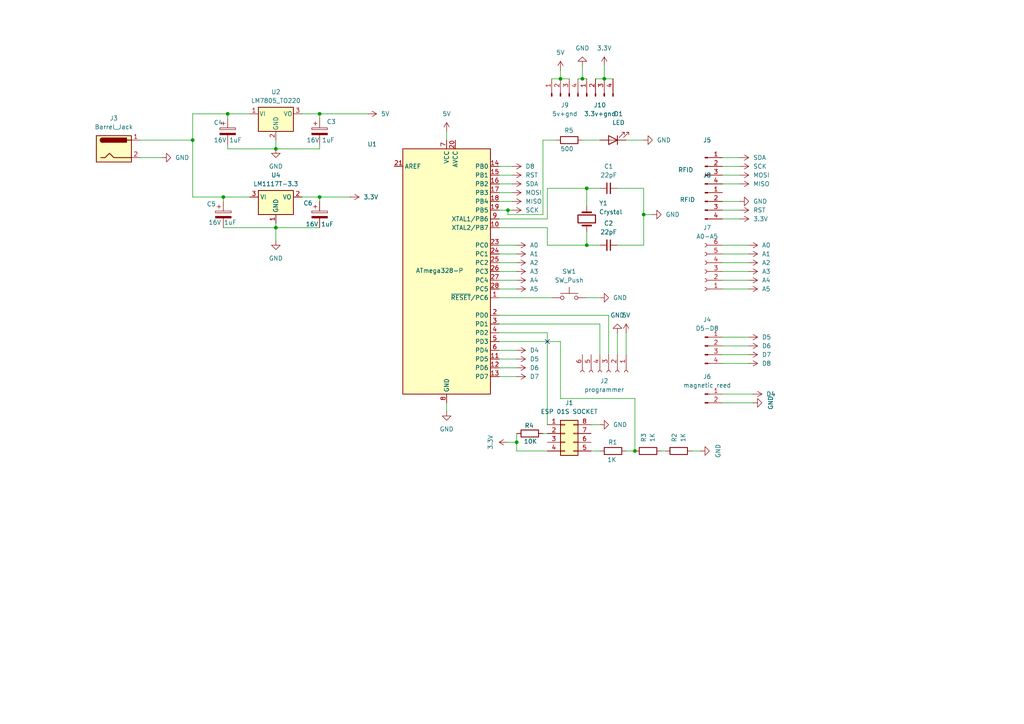
<source format=kicad_sch>
(kicad_sch (version 20250114) (generator "eeschema") (generator_version "9.0")
  (paper "A4")
  (lib_symbols
    (symbol "Connector:Barrel_Jack" (pin_names (offset 1.016))
      (property "Reference" "J" (at 0 5.334 0))
      (property "Value" "Barrel_Jack" (at 0 -5.08 0))
      (symbol "Barrel_Jack_0_1"
        (rectangle (start -5.08 3.81) (end 5.08 -3.81) (stroke (width 0.254)) (fill (type background)))
        (polyline (pts (xy -3.81 -2.54) (xy -2.54 -2.54) (xy -1.27 -1.27) (xy 0 -2.54) (xy 2.54 -2.54) (xy 5.08 -2.54)) (stroke (width 0.254)))
        (arc (start -3.302 1.905) (mid -3.9343 2.54) (end -3.302 3.175) (stroke (width 0.254)))
        (arc (start -3.302 1.905) (mid -3.9343 2.54) (end -3.302 3.175) (stroke (width 0.254)) (fill (type outline)))
        (rectangle (start 3.683 3.175) (end -3.302 1.905) (stroke (width 0.254)) (fill (type outline)))
        (polyline (pts (xy 5.08 2.54) (xy 3.81 2.54)) (stroke (width 0.254)))
      )
      (symbol "Barrel_Jack_1_1"
        (pin passive line (at 7.62 2.54 180) (length 2.54) (name "~") (number "1"))
        (pin passive line (at 7.62 -2.54 180) (length 2.54) (name "~") (number "2"))
      )
    )
    (symbol "Connector:Conn_01x02_Pin" (pin_names (offset 1.016) (hide yes))
      (property "Reference" "J" (at 0 2.54 0))
      (property "Value" "Conn_01x02_Pin" (at 0 -5.08 0))
      (symbol "Conn_01x02_Pin_1_1"
        (rectangle (start 0.8636 0.127) (end 0 -0.127) (stroke (width 0.1524)) (fill (type outline)))
        (rectangle (start 0.8636 -2.413) (end 0 -2.667) (stroke (width 0.1524)) (fill (type outline)))
        (polyline (pts (xy 1.27 0) (xy 0.8636 0)) (stroke (width 0.1524)))
        (polyline (pts (xy 1.27 -2.54) (xy 0.8636 -2.54)) (stroke (width 0.1524)))
        (pin passive line (at 5.08 0 180) (length 3.81) (name "Pin_1") (number "1"))
        (pin passive line (at 5.08 -2.54 180) (length 3.81) (name "Pin_2") (number "2"))
      )
    )
    (symbol "Connector:Conn_01x04_Pin" (pin_names (offset 1.016) (hide yes))
      (property "Reference" "J" (at 0 5.08 0))
      (property "Value" "Conn_01x04_Pin" (at 0 -7.62 0))
      (symbol "Conn_01x04_Pin_1_1"
        (rectangle (start 0.8636 2.667) (end 0 2.413) (stroke (width 0.1524)) (fill (type outline)))
        (rectangle (start 0.8636 0.127) (end 0 -0.127) (stroke (width 0.1524)) (fill (type outline)))
        (rectangle (start 0.8636 -2.413) (end 0 -2.667) (stroke (width 0.1524)) (fill (type outline)))
        (rectangle (start 0.8636 -4.953) (end 0 -5.207) (stroke (width 0.1524)) (fill (type outline)))
        (polyline (pts (xy 1.27 2.54) (xy 0.8636 2.54)) (stroke (width 0.1524)))
        (polyline (pts (xy 1.27 0) (xy 0.8636 0)) (stroke (width 0.1524)))
        (polyline (pts (xy 1.27 -2.54) (xy 0.8636 -2.54)) (stroke (width 0.1524)))
        (polyline (pts (xy 1.27 -5.08) (xy 0.8636 -5.08)) (stroke (width 0.1524)))
        (pin passive line (at 5.08 2.54 180) (length 3.81) (name "Pin_1") (number "1"))
        (pin passive line (at 5.08 0 180) (length 3.81) (name "Pin_2") (number "2"))
        (pin passive line (at 5.08 -2.54 180) (length 3.81) (name "Pin_3") (number "3"))
        (pin passive line (at 5.08 -5.08 180) (length 3.81) (name "Pin_4") (number "4"))
      )
    )
    (symbol "Connector:Conn_01x06_Socket" (pin_names (offset 1.016) (hide yes))
      (property "Reference" "J" (at 0 7.62 0))
      (property "Value" "Conn_01x06_Socket" (at 0 -10.16 0))
      (symbol "Conn_01x06_Socket_1_1"
        (polyline (pts (xy -1.27 5.08) (xy -0.508 5.08)) (stroke (width 0.1524)))
        (polyline (pts (xy -1.27 2.54) (xy -0.508 2.54)) (stroke (width 0.1524)))
        (polyline (pts (xy -1.27 0) (xy -0.508 0)) (stroke (width 0.1524)))
        (polyline (pts (xy -1.27 -2.54) (xy -0.508 -2.54)) (stroke (width 0.1524)))
        (polyline (pts (xy -1.27 -5.08) (xy -0.508 -5.08)) (stroke (width 0.1524)))
        (polyline (pts (xy -1.27 -7.62) (xy -0.508 -7.62)) (stroke (width 0.1524)))
        (arc (start 0 4.572) (mid -0.5058 5.08) (end 0 5.588) (stroke (width 0.1524)))
        (arc (start 0 2.032) (mid -0.5058 2.54) (end 0 3.048) (stroke (width 0.1524)))
        (arc (start 0 -0.508) (mid -0.5058 0) (end 0 0.508) (stroke (width 0.1524)))
        (arc (start 0 -3.048) (mid -0.5058 -2.54) (end 0 -2.032) (stroke (width 0.1524)))
        (arc (start 0 -5.588) (mid -0.5058 -5.08) (end 0 -4.572) (stroke (width 0.1524)))
        (arc (start 0 -8.128) (mid -0.5058 -7.62) (end 0 -7.112) (stroke (width 0.1524)))
        (pin passive line (at -5.08 5.08 0) (length 3.81) (name "Pin_1") (number "1"))
        (pin passive line (at -5.08 2.54 0) (length 3.81) (name "Pin_2") (number "2"))
        (pin passive line (at -5.08 0 0) (length 3.81) (name "Pin_3") (number "3"))
        (pin passive line (at -5.08 -2.54 0) (length 3.81) (name "Pin_4") (number "4"))
        (pin passive line (at -5.08 -5.08 0) (length 3.81) (name "Pin_5") (number "5"))
        (pin passive line (at -5.08 -7.62 0) (length 3.81) (name "Pin_6") (number "6"))
      )
    )
    (symbol "Connector_Generic:Conn_02x04_Counter_Clockwise" (pin_names (offset 1.016) (hide yes))
      (property "Reference" "J" (at 1.27 5.08 0))
      (property "Value" "Conn_02x04_Counter_Clockwise" (at 1.27 -7.62 0))
      (symbol "Conn_02x04_Counter_Clockwise_1_1"
        (rectangle (start -1.27 3.81) (end 3.81 -6.35) (stroke (width 0.254)) (fill (type background)))
        (rectangle (start -1.27 2.667) (end 0 2.413) (stroke (width 0.1524)))
        (rectangle (start -1.27 0.127) (end 0 -0.127) (stroke (width 0.1524)))
        (rectangle (start -1.27 -2.413) (end 0 -2.667) (stroke (width 0.1524)))
        (rectangle (start -1.27 -4.953) (end 0 -5.207) (stroke (width 0.1524)))
        (rectangle (start 3.81 2.667) (end 2.54 2.413) (stroke (width 0.1524)))
        (rectangle (start 3.81 0.127) (end 2.54 -0.127) (stroke (width 0.1524)))
        (rectangle (start 3.81 -2.413) (end 2.54 -2.667) (stroke (width 0.1524)))
        (rectangle (start 3.81 -4.953) (end 2.54 -5.207) (stroke (width 0.1524)))
        (pin passive line (at -5.08 2.54 0) (length 3.81) (name "Pin_1") (number "1"))
        (pin passive line (at -5.08 0 0) (length 3.81) (name "Pin_2") (number "2"))
        (pin passive line (at -5.08 -2.54 0) (length 3.81) (name "Pin_3") (number "3"))
        (pin passive line (at -5.08 -5.08 0) (length 3.81) (name "Pin_4") (number "4"))
        (pin passive line (at 7.62 2.54 180) (length 3.81) (name "Pin_8") (number "8"))
        (pin passive line (at 7.62 0 180) (length 3.81) (name "Pin_7") (number "7"))
        (pin passive line (at 7.62 -2.54 180) (length 3.81) (name "Pin_6") (number "6"))
        (pin passive line (at 7.62 -5.08 180) (length 3.81) (name "Pin_5") (number "5"))
      )
    )
    (symbol "Device:C_Polarized" (pin_numbers (hide yes)) (pin_names (offset 0.254))
      (property "Reference" "C" (at 0.635 2.54 0))
      (property "Value" "C_Polarized" (at 0.635 -2.54 0))
      (symbol "C_Polarized_0_1"
        (rectangle (start -2.286 0.508) (end 2.286 1.016))
        (polyline (pts (xy -1.778 2.286) (xy -0.762 2.286)))
        (polyline (pts (xy -1.27 2.794) (xy -1.27 1.778)))
        (rectangle (start 2.286 -0.508) (end -2.286 -1.016) (fill (type outline)))
      )
      (symbol "C_Polarized_1_1"
        (pin passive line (at 0 3.81 270) (length 2.794) (name "~") (number "1"))
        (pin passive line (at 0 -3.81 90) (length 2.794) (name "~") (number "2"))
      )
    )
    (symbol "Device:C_Small" (pin_numbers (hide yes)) (pin_names (offset 0.254) (hide yes))
      (property "Reference" "C" (at 0.254 1.778 0))
      (property "Value" "C_Small" (at 0.254 -2.032 0))
      (symbol "C_Small_0_1"
        (polyline (pts (xy -1.524 0.508) (xy 1.524 0.508)) (stroke (width 0.3048)))
        (polyline (pts (xy -1.524 -0.508) (xy 1.524 -0.508)) (stroke (width 0.3302)))
      )
      (symbol "C_Small_1_1"
        (pin passive line (at 0 2.54 270) (length 2.032) (name "~") (number "1"))
        (pin passive line (at 0 -2.54 90) (length 2.032) (name "~") (number "2"))
      )
    )
    (symbol "Device:Crystal" (pin_numbers (hide yes)) (pin_names (offset 1.016) (hide yes))
      (property "Reference" "Y" (at 0 3.81 0))
      (property "Value" "Crystal" (at 0 -3.81 0))
      (symbol "Crystal_0_1"
        (polyline (pts (xy -2.54 0) (xy -1.905 0)))
        (polyline (pts (xy -1.905 -1.27) (xy -1.905 1.27)) (stroke (width 0.508)))
        (rectangle (start -1.143 2.54) (end 1.143 -2.54) (stroke (width 0.3048)))
        (polyline (pts (xy 1.905 -1.27) (xy 1.905 1.27)) (stroke (width 0.508)))
        (polyline (pts (xy 2.54 0) (xy 1.905 0)))
      )
      (symbol "Crystal_1_1"
        (pin passive line (at -3.81 0 0) (length 1.27) (name "1") (number "1"))
        (pin passive line (at 3.81 0 180) (length 1.27) (name "2") (number "2"))
      )
    )
    (symbol "Device:LED" (pin_numbers (hide yes)) (pin_names (offset 1.016) (hide yes))
      (property "Reference" "D" (at 0 2.54 0))
      (property "Value" "LED" (at 0 -2.54 0))
      (symbol "LED_0_1"
        (polyline (pts (xy -3.048 -0.762) (xy -4.572 -2.286) (xy -3.81 -2.286) (xy -4.572 -2.286) (xy -4.572 -1.524)))
        (polyline (pts (xy -1.778 -0.762) (xy -3.302 -2.286) (xy -2.54 -2.286) (xy -3.302 -2.286) (xy -3.302 -1.524)))
        (polyline (pts (xy -1.27 0) (xy 1.27 0)))
        (polyline (pts (xy -1.27 -1.27) (xy -1.27 1.27)) (stroke (width 0.254)))
        (polyline (pts (xy 1.27 -1.27) (xy 1.27 1.27) (xy -1.27 0) (xy 1.27 -1.27)) (stroke (width 0.254)))
      )
      (symbol "LED_1_1"
        (pin passive line (at -3.81 0 0) (length 2.54) (name "K") (number "1"))
        (pin passive line (at 3.81 0 180) (length 2.54) (name "A") (number "2"))
      )
    )
    (symbol "Device:R" (pin_numbers (hide yes)) (pin_names (offset 0))
      (property "Reference" "R" (at 2.032 0 90))
      (property "Value" "R" (at 0 0 90))
      (symbol "R_0_1"
        (rectangle (start -1.016 -2.54) (end 1.016 2.54) (stroke (width 0.254)))
      )
      (symbol "R_1_1"
        (pin passive line (at 0 3.81 270) (length 1.27) (name "~") (number "1"))
        (pin passive line (at 0 -3.81 90) (length 1.27) (name "~") (number "2"))
      )
    )
    (symbol "MCU_Microchip_ATmega:ATmega328-P"
      (property "Reference" "U" (at -12.7 36.83 0))
      (property "Value" "ATmega328-P" (at 2.54 -36.83 0))
      (symbol "ATmega328-P_0_1"
        (rectangle (start -12.7 -35.56) (end 12.7 35.56) (stroke (width 0.254)) (fill (type background)))
      )
      (symbol "ATmega328-P_1_1"
        (pin passive line (at -15.24 30.48 0) (length 2.54) (name "AREF") (number "21"))
        (pin power_in line (at 0 38.1 270) (length 2.54) (name "VCC") (number "7"))
        (pin passive line (at 0 -38.1 90) (length 2.54) (hide yes) (name "GND") (number "22"))
        (pin power_in line (at 0 -38.1 90) (length 2.54) (name "GND") (number "8"))
        (pin power_in line (at 2.54 38.1 270) (length 2.54) (name "AVCC") (number "20"))
        (pin bidirectional line (at 15.24 30.48 180) (length 2.54) (name "PB0") (number "14"))
        (pin bidirectional line (at 15.24 27.94 180) (length 2.54) (name "PB1") (number "15"))
        (pin bidirectional line (at 15.24 25.4 180) (length 2.54) (name "PB2") (number "16"))
        (pin bidirectional line (at 15.24 22.86 180) (length 2.54) (name "PB3") (number "17"))
        (pin bidirectional line (at 15.24 20.32 180) (length 2.54) (name "PB4") (number "18"))
        (pin bidirectional line (at 15.24 17.78 180) (length 2.54) (name "PB5") (number "19"))
        (pin bidirectional line (at 15.24 15.24 180) (length 2.54) (name "XTAL1/PB6") (number "9"))
        (pin bidirectional line (at 15.24 12.7 180) (length 2.54) (name "XTAL2/PB7") (number "10"))
        (pin bidirectional line (at 15.24 7.62 180) (length 2.54) (name "PC0") (number "23"))
        (pin bidirectional line (at 15.24 5.08 180) (length 2.54) (name "PC1") (number "24"))
        (pin bidirectional line (at 15.24 2.54 180) (length 2.54) (name "PC2") (number "25"))
        (pin bidirectional line (at 15.24 0 180) (length 2.54) (name "PC3") (number "26"))
        (pin bidirectional line (at 15.24 -2.54 180) (length 2.54) (name "PC4") (number "27"))
        (pin bidirectional line (at 15.24 -5.08 180) (length 2.54) (name "PC5") (number "28"))
        (pin bidirectional line (at 15.24 -7.62 180) (length 2.54) (name "~{RESET}/PC6") (number "1"))
        (pin bidirectional line (at 15.24 -12.7 180) (length 2.54) (name "PD0") (number "2"))
        (pin bidirectional line (at 15.24 -15.24 180) (length 2.54) (name "PD1") (number "3"))
        (pin bidirectional line (at 15.24 -17.78 180) (length 2.54) (name "PD2") (number "4"))
        (pin bidirectional line (at 15.24 -20.32 180) (length 2.54) (name "PD3") (number "5"))
        (pin bidirectional line (at 15.24 -22.86 180) (length 2.54) (name "PD4") (number "6"))
        (pin bidirectional line (at 15.24 -25.4 180) (length 2.54) (name "PD5") (number "11"))
        (pin bidirectional line (at 15.24 -27.94 180) (length 2.54) (name "PD6") (number "12"))
        (pin bidirectional line (at 15.24 -30.48 180) (length 2.54) (name "PD7") (number "13"))
      )
    )
    (symbol "Regulator_Linear:LM1117T-3.3"
      (property "Reference" "U" (at -3.81 3.175 0))
      (property "Value" "LM1117T-3.3" (at 0 3.175 0))
      (symbol "LM1117T-3.3_0_1"
        (rectangle (start -5.08 -5.08) (end 5.08 1.905) (stroke (width 0.254)) (fill (type background)))
      )
      (symbol "LM1117T-3.3_1_1"
        (pin power_in line (at -7.62 0 0) (length 2.54) (name "VI") (number "3"))
        (pin power_in line (at 0 -7.62 90) (length 2.54) (name "GND") (number "1"))
        (pin power_out line (at 7.62 0 180) (length 2.54) (name "VO") (number "2"))
      )
    )
    (symbol "Regulator_Linear:LM7805_TO220" (pin_names (offset 0.254))
      (property "Reference" "U" (at -3.81 3.175 0))
      (property "Value" "LM7805_TO220" (at 0 3.175 0))
      (symbol "LM7805_TO220_0_1"
        (rectangle (start -5.08 1.905) (end 5.08 -5.08) (stroke (width 0.254)) (fill (type background)))
      )
      (symbol "LM7805_TO220_1_1"
        (pin power_in line (at -7.62 0 0) (length 2.54) (name "VI") (number "1"))
        (pin power_in line (at 0 -7.62 90) (length 2.54) (name "GND") (number "2"))
        (pin power_out line (at 7.62 0 180) (length 2.54) (name "VO") (number "3"))
      )
    )
    (symbol "Switch:SW_Push" (pin_numbers (hide yes)) (pin_names (offset 1.016) (hide yes))
      (property "Reference" "SW" (at 1.27 2.54 0))
      (property "Value" "SW_Push" (at 0 -1.524 0))
      (symbol "SW_Push_0_1"
        (circle (center -2.032 0) (radius 0.508))
        (polyline (pts (xy 0 1.27) (xy 0 3.048)))
        (circle (center 2.032 0) (radius 0.508))
        (polyline (pts (xy 2.54 1.27) (xy -2.54 1.27)))
        (pin passive line (at -5.08 0 0) (length 2.54) (name "1") (number "1"))
        (pin passive line (at 5.08 0 180) (length 2.54) (name "2") (number "2"))
      )
    )
    (symbol "power:GND" (power) (pin_numbers (hide yes)) (pin_names (offset 0) (hide yes))
      (property "Value" "GND" (at 0 -3.81 0))
      (symbol "GND_0_1"
        (polyline (pts (xy 0 0) (xy 0 -1.27) (xy 1.27 -1.27) (xy 0 -2.54) (xy -1.27 -1.27) (xy 0 -1.27)))
      )
      (symbol "GND_1_1"
        (pin power_in line (at 0 0 270) (length 0) (name "~") (number "1"))
      )
    )
    (symbol "power:VCC" (power) (pin_numbers (hide yes)) (pin_names (offset 0) (hide yes))
      (property "Value" "VCC" (at 0 3.556 0))
      (symbol "VCC_0_1"
        (polyline (pts (xy -0.762 1.27) (xy 0 2.54)))
        (polyline (pts (xy 0 2.54) (xy 0.762 1.27)))
        (polyline (pts (xy 0 0) (xy 0 2.54)))
      )
      (symbol "VCC_1_1"
        (pin power_in line (at 0 0 90) (length 0) (name "~") (number "1"))
      )
    )
  )
  (junction (at 66.04 33.02))
  (junction (at 186.69 62.23))
  (junction (at 80.01 66.04))
  (junction (at 170.18 54.61))
  (junction (at 64.77 57.15))
  (junction (at 175.26 22.86))
  (junction (at 149.86 128.27))
  (junction (at 147.32 60.96))
  (junction (at 92.71 57.15))
  (junction (at 92.71 33.02))
  (junction (at 55.88 40.64))
  (junction (at 80.01 43.18))
  (junction (at 184.15 130.81))
  (junction (at 168.91 22.86))
  (junction (at 162.56 22.86))
  (junction (at 170.18 71.12))
  (no_connect (at 158.75 99.06))
  (wire (pts (xy 87.63 33.02) (xy 92.71 33.02)))
  (wire (pts (xy 167.64 22.86) (xy 168.91 22.86)))
  (wire (pts (xy 92.71 43.18) (xy 92.71 41.91)))
  (wire (pts (xy 209.55 73.66) (xy 217.17 73.66)))
  (wire (pts (xy 144.78 58.42) (xy 148.59 58.42)))
  (wire (pts (xy 186.69 71.12) (xy 186.69 62.23)))
  (wire (pts (xy 170.18 71.12) (xy 173.99 71.12)))
  (wire (pts (xy 179.07 54.61) (xy 186.69 54.61)))
  (wire (pts (xy 171.45 123.19) (xy 173.99 123.19)))
  (wire (pts (xy 209.55 102.87) (xy 217.17 102.87)))
  (wire (pts (xy 186.69 62.23) (xy 189.23 62.23)))
  (wire (pts (xy 157.48 125.73) (xy 158.75 125.73)))
  (wire (pts (xy 170.18 54.61) (xy 173.99 54.61)))
  (wire (pts (xy 129.54 38.1) (xy 129.54 40.64)))
  (wire (pts (xy 144.78 71.12) (xy 149.86 71.12)))
  (wire (pts (xy 181.61 40.64) (xy 186.69 40.64)))
  (wire (pts (xy 173.99 93.98) (xy 173.99 102.87)))
  (wire (pts (xy 158.75 130.81) (xy 149.86 130.81)))
  (wire (pts (xy 209.55 83.82) (xy 217.17 83.82)))
  (wire (pts (xy 209.55 97.79) (xy 217.17 97.79)))
  (wire (pts (xy 181.61 96.52) (xy 181.61 102.87)))
  (wire (pts (xy 66.04 33.02) (xy 72.39 33.02)))
  (wire (pts (xy 55.88 57.15) (xy 55.88 40.64)))
  (wire (pts (xy 158.75 54.61) (xy 170.18 54.61)))
  (wire (pts (xy 200.66 130.81) (xy 203.2 130.81)))
  (wire (pts (xy 162.56 20.32) (xy 162.56 22.86)))
  (wire (pts (xy 162.56 115.57) (xy 184.15 115.57)))
  (wire (pts (xy 144.78 104.14) (xy 149.86 104.14)))
  (wire (pts (xy 181.61 130.81) (xy 184.15 130.81)))
  (wire (pts (xy 144.78 83.82) (xy 149.86 83.82)))
  (wire (pts (xy 144.78 53.34) (xy 148.59 53.34)))
  (wire (pts (xy 160.02 22.86) (xy 162.56 22.86)))
  (wire (pts (xy 80.01 40.64) (xy 80.01 43.18)))
  (wire (pts (xy 209.55 76.2) (xy 217.17 76.2)))
  (wire (pts (xy 179.07 71.12) (xy 186.69 71.12)))
  (wire (pts (xy 209.55 100.33) (xy 217.17 100.33)))
  (wire (pts (xy 162.56 22.86) (xy 165.1 22.86)))
  (wire (pts (xy 162.56 99.06) (xy 162.56 115.57)))
  (wire (pts (xy 64.77 57.15) (xy 72.39 57.15)))
  (wire (pts (xy 92.71 43.18) (xy 80.01 43.18)))
  (wire (pts (xy 66.04 43.18) (xy 80.01 43.18)))
  (wire (pts (xy 144.78 48.26) (xy 148.59 48.26)))
  (wire (pts (xy 144.78 73.66) (xy 149.86 73.66)))
  (wire (pts (xy 144.78 99.06) (xy 162.56 99.06)))
  (wire (pts (xy 168.91 40.64) (xy 173.99 40.64)))
  (wire (pts (xy 175.26 19.05) (xy 175.26 22.86)))
  (wire (pts (xy 170.18 54.61) (xy 170.18 59.69)))
  (wire (pts (xy 40.64 45.72) (xy 46.99 45.72)))
  (wire (pts (xy 144.78 81.28) (xy 149.86 81.28)))
  (wire (pts (xy 172.72 22.86) (xy 175.26 22.86)))
  (wire (pts (xy 209.55 81.28) (xy 217.17 81.28)))
  (wire (pts (xy 209.55 114.3) (xy 218.44 114.3)))
  (wire (pts (xy 144.78 55.88) (xy 148.59 55.88)))
  (wire (pts (xy 184.15 115.57) (xy 184.15 130.81)))
  (wire (pts (xy 80.01 64.77) (xy 80.01 66.04)))
  (wire (pts (xy 209.55 60.96) (xy 214.63 60.96)))
  (wire (pts (xy 40.64 40.64) (xy 55.88 40.64)))
  (wire (pts (xy 55.88 40.64) (xy 55.88 33.02)))
  (wire (pts (xy 80.01 66.04) (xy 80.01 69.85)))
  (wire (pts (xy 144.78 50.8) (xy 148.59 50.8)))
  (wire (pts (xy 66.04 33.02) (xy 66.04 34.29)))
  (wire (pts (xy 144.78 91.44) (xy 176.53 91.44)))
  (wire (pts (xy 144.78 63.5) (xy 158.75 63.5)))
  (wire (pts (xy 144.78 93.98) (xy 173.99 93.98)))
  (wire (pts (xy 209.55 105.41) (xy 217.17 105.41)))
  (wire (pts (xy 209.55 71.12) (xy 217.17 71.12)))
  (wire (pts (xy 209.55 63.5) (xy 214.63 63.5)))
  (wire (pts (xy 147.32 60.96) (xy 147.32 62.23)))
  (wire (pts (xy 168.91 19.05) (xy 168.91 22.86)))
  (wire (pts (xy 92.71 57.15) (xy 92.71 58.42)))
  (wire (pts (xy 144.78 101.6) (xy 149.86 101.6)))
  (wire (pts (xy 144.78 86.36) (xy 160.02 86.36)))
  (wire (pts (xy 55.88 33.02) (xy 66.04 33.02)))
  (wire (pts (xy 92.71 33.02) (xy 106.68 33.02)))
  (wire (pts (xy 209.55 45.72) (xy 214.63 45.72)))
  (wire (pts (xy 144.78 106.68) (xy 149.86 106.68)))
  (wire (pts (xy 209.55 50.8) (xy 214.63 50.8)))
  (wire (pts (xy 179.07 96.52) (xy 179.07 102.87)))
  (wire (pts (xy 175.26 22.86) (xy 177.8 22.86)))
  (wire (pts (xy 209.55 58.42) (xy 214.63 58.42)))
  (wire (pts (xy 66.04 41.91) (xy 66.04 43.18)))
  (wire (pts (xy 157.48 40.64) (xy 161.29 40.64)))
  (wire (pts (xy 80.01 66.04) (xy 92.71 66.04)))
  (wire (pts (xy 92.71 33.02) (xy 92.71 34.29)))
  (wire (pts (xy 147.32 128.27) (xy 149.86 128.27)))
  (wire (pts (xy 171.45 130.81) (xy 173.99 130.81)))
  (wire (pts (xy 129.54 116.84) (xy 129.54 119.38)))
  (wire (pts (xy 144.78 66.04) (xy 158.75 66.04)))
  (wire (pts (xy 144.78 96.52) (xy 158.75 96.52)))
  (wire (pts (xy 87.63 57.15) (xy 92.71 57.15)))
  (wire (pts (xy 64.77 57.15) (xy 64.77 58.42)))
  (wire (pts (xy 209.55 48.26) (xy 214.63 48.26)))
  (wire (pts (xy 209.55 78.74) (xy 217.17 78.74)))
  (wire (pts (xy 158.75 63.5) (xy 158.75 54.61)))
  (wire (pts (xy 193.04 130.81) (xy 191.77 130.81)))
  (wire (pts (xy 157.48 62.23) (xy 157.48 40.64)))
  (wire (pts (xy 144.78 60.96) (xy 147.32 60.96)))
  (wire (pts (xy 170.18 86.36) (xy 173.99 86.36)))
  (wire (pts (xy 158.75 71.12) (xy 170.18 71.12)))
  (wire (pts (xy 176.53 91.44) (xy 176.53 102.87)))
  (wire (pts (xy 170.18 71.12) (xy 170.18 67.31)))
  (wire (pts (xy 64.77 66.04) (xy 80.01 66.04)))
  (wire (pts (xy 144.78 109.22) (xy 149.86 109.22)))
  (wire (pts (xy 209.55 53.34) (xy 214.63 53.34)))
  (wire (pts (xy 147.32 60.96) (xy 148.59 60.96)))
  (wire (pts (xy 55.88 57.15) (xy 64.77 57.15)))
  (wire (pts (xy 92.71 57.15) (xy 101.6 57.15)))
  (wire (pts (xy 149.86 130.81) (xy 149.86 128.27)))
  (wire (pts (xy 186.69 54.61) (xy 186.69 62.23)))
  (wire (pts (xy 149.86 125.73) (xy 149.86 128.27)))
  (wire (pts (xy 209.55 116.84) (xy 218.44 116.84)))
  (wire (pts (xy 158.75 96.52) (xy 158.75 123.19)))
  (wire (pts (xy 144.78 78.74) (xy 149.86 78.74)))
  (wire (pts (xy 158.75 66.04) (xy 158.75 71.12)))
  (wire (pts (xy 168.91 22.86) (xy 170.18 22.86)))
  (wire (pts (xy 147.32 62.23) (xy 157.48 62.23)))
  (wire (pts (xy 144.78 76.2) (xy 149.86 76.2)))
  (symbol (lib_id "Connector:Conn_01x02_Pin") (at 204.47 114.3 0) (unit 1)
    (property "Reference" "J6" (at 205.105 109.22 0))
    (property "Value" "magnetic reed" (at 205.105 111.76 0))
    (property "Footprint" "Connector_PinSocket_2.54mm:PinSocket_1x02_P2.54mm_Vertical" (effects (hide yes)))
    (property "Description" "Generic connector, single row, 01x02, script generated" (effects (hide yes)))
  )
  (symbol (lib_id "Device:R") (at 177.8 130.81 270) (unit 1)
    (property "Reference" "R1" (at 179.07 128.27 90) (effects (justify right)))
    (property "Value" "1K" (at 178.816 133.35 90) (effects (justify right)))
    (property "Footprint" "Resistor_THT:R_Axial_DIN0411_L9.9mm_D3.6mm_P12.70mm_Horizontal" (effects (hide yes)))
    (property "Description" "Resistor" (effects (hide yes)))
  )
  (symbol (lib_id "power:GND") (at 173.99 123.19 90) (unit 1)
    (property "Reference" "#PWR052" (effects (hide yes)))
    (property "Value" "GND" (at 177.8 123.1899 90) (effects (justify right)))
    (property "Description" "Power symbol creates a global label with name \"GND\" , ground" (effects (hide yes)))
  )
  (symbol (lib_id "power:VCC") (at 106.68 33.02 270) (unit 1)
    (property "Reference" "#PWR044" (effects (hide yes)))
    (property "Value" "5V" (at 110.49 33.0199 90) (effects (justify left)))
    (property "Description" "Power symbol creates a global label with name \"VCC\"" (effects (hide yes)))
  )
  (symbol (lib_id "power:VCC") (at 214.63 48.26 270) (unit 1)
    (property "Reference" "#PWR031" (effects (hide yes)))
    (property "Value" "SCK" (at 218.44 48.2599 90) (effects (justify left)))
    (property "Description" "Power symbol creates a global label with name \"VCC\"" (effects (hide yes)))
  )
  (symbol (lib_id "Connector_Generic:Conn_02x04_Counter_Clockwise") (at 163.83 125.73 0) (unit 1)
    (property "Reference" "J1" (at 165.1 116.84 0))
    (property "Value" "ESP 01S SOCKET" (at 165.1 119.38 0))
    (property "Footprint" "Connector_PinSocket_2.54mm:PinSocket_2x04_P2.54mm_Vertical" (effects (hide yes)))
    (property "Description" "Generic connector, double row, 02x04, counter clockwise pin numbering scheme (similar to DIP package numbering), script generated (kicad-library-utils/schlib/autogen/connector/)" (effects (hide yes)))
  )
  (symbol (lib_id "power:GND") (at 214.63 58.42 90) (unit 1)
    (property "Reference" "#PWR023" (effects (hide yes)))
    (property "Value" "GND" (at 218.44 58.4199 90) (effects (justify right)))
    (property "Description" "Power symbol creates a global label with name \"GND\" , ground" (effects (hide yes)))
  )
  (symbol (lib_id "power:GND") (at 80.01 69.85 0) (unit 1)
    (property "Reference" "#PWR049" (effects (hide yes)))
    (property "Value" "GND" (at 80.01 74.93 0))
    (property "Description" "Power symbol creates a global label with name \"GND\" , ground" (effects (hide yes)))
  )
  (symbol (lib_id "Connector:Conn_01x04_Pin") (at 204.47 100.33 0) (unit 1)
    (property "Reference" "J4" (at 205.105 92.71 0))
    (property "Value" "D5-D8" (at 205.105 95.25 0))
    (property "Footprint" "Connector_PinSocket_2.54mm:PinSocket_1x04_P2.54mm_Vertical" (effects (hide yes)))
    (property "Description" "Generic connector, single row, 01x04, script generated" (effects (hide yes)))
  )
  (symbol (lib_id "Connector:Conn_01x06_Socket") (at 176.53 107.95 270) (unit 1)
    (property "Reference" "J2" (at 175.26 110.49 90))
    (property "Value" "programmer" (at 175.26 113.03 90))
    (property "Footprint" "Connector_PinSocket_2.54mm:PinSocket_1x06_P2.54mm_Vertical" (effects (hide yes)))
    (property "Description" "Generic connector, single row, 01x06, script generated" (effects (hide yes)))
  )
  (symbol (lib_id "Switch:SW_Push") (at 165.1 86.36 0) (unit 1)
    (property "Reference" "SW1" (at 165.1 78.74 0))
    (property "Value" "SW_Push" (at 165.1 81.28 0))
    (property "Footprint" "Button_Switch_THT:SW_PUSH-12mm_Wuerth-430476085716" (effects (hide yes)))
    (property "Description" "Push button switch, generic, two pins" (effects (hide yes)))
  )
  (symbol (lib_id "power:VCC") (at 148.59 55.88 270) (unit 1)
    (property "Reference" "#PWR06" (effects (hide yes)))
    (property "Value" "MOSI" (at 152.4 55.8799 90) (effects (justify left)))
    (property "Description" "Power symbol creates a global label with name \"VCC\"" (effects (hide yes)))
  )
  (symbol (lib_id "power:VCC") (at 149.86 101.6 270) (unit 1)
    (property "Reference" "#PWR019" (effects (hide yes)))
    (property "Value" "D4" (at 153.67 101.5999 90) (effects (justify left)))
    (property "Description" "Power symbol creates a global label with name \"VCC\"" (effects (hide yes)))
  )
  (symbol (lib_id "Regulator_Linear:LM1117T-3.3") (at 80.01 57.15 0) (unit 1)
    (property "Reference" "U4" (at 80.01 50.8 0))
    (property "Value" "LM1117T-3.3" (at 80.01 53.34 0))
    (property "Footprint" "Package_TO_SOT_THT:TO-220F-3_Vertical" (effects (hide yes)))
    (property "Datasheet" "http://www.ti.com/lit/ds/symlink/lm1117.pdf" (effects (hide yes)))
    (property "Description" "800mA Low-Dropout Linear Regulator, 3.3V fixed output, TO-220" (effects (hide yes)))
  )
  (symbol (lib_id "Device:C_Polarized") (at 64.77 62.23 0) (unit 1)
    (property "Reference" "C5" (at 59.944 59.182 0) (effects (justify left)))
    (property "Value" "16V 1uF" (at 60.452 64.516 0) (effects (justify left)))
    (property "Footprint" "Capacitor_THT:CP_Radial_D7.5mm_P2.50mm" (effects (hide yes)))
    (property "Description" "Polarized capacitor" (effects (hide yes)))
  )
  (symbol (lib_id "power:VCC") (at 147.32 128.27 90) (unit 1)
    (property "Reference" "#PWR047" (effects (hide yes)))
    (property "Value" "3.3V" (at 142.24 128.27 0))
    (property "Description" "Power symbol creates a global label with name \"VCC\"" (effects (hide yes)))
  )
  (symbol (lib_id "Connector:Conn_01x04_Pin") (at 204.47 58.42 0) (unit 1)
    (property "Reference" "J8" (at 205.105 50.8 0))
    (property "Value" "RFID" (at 199.39 57.912 0))
    (property "Footprint" "Connector_PinSocket_2.54mm:PinSocket_1x04_P2.54mm_Vertical" (effects (hide yes)))
    (property "Description" "Generic connector, single row, 01x04, script generated" (effects (hide yes)))
  )
  (symbol (lib_id "power:GND") (at 179.07 96.52 180) (unit 1)
    (property "Reference" "#PWR024" (effects (hide yes)))
    (property "Value" "GND" (at 179.07 91.44 0))
    (property "Description" "Power symbol creates a global label with name \"GND\" , ground" (effects (hide yes)))
  )
  (symbol (lib_id "power:VCC") (at 148.59 50.8 270) (unit 1)
    (property "Reference" "#PWR04" (effects (hide yes)))
    (property "Value" "RST" (at 152.4 50.7999 90) (effects (justify left)))
    (property "Description" "Power symbol creates a global label with name \"VCC\"" (effects (hide yes)))
  )
  (symbol (lib_id "power:VCC") (at 214.63 60.96 270) (unit 1)
    (property "Reference" "#PWR027" (effects (hide yes)))
    (property "Value" "RST" (at 218.44 60.9599 90) (effects (justify left)))
    (property "Description" "Power symbol creates a global label with name \"VCC\"" (effects (hide yes)))
  )
  (symbol (lib_id "power:VCC") (at 214.63 53.34 270) (unit 1)
    (property "Reference" "#PWR030" (effects (hide yes)))
    (property "Value" "MISO" (at 218.44 53.3399 90) (effects (justify left)))
    (property "Description" "Power symbol creates a global label with name \"VCC\"" (effects (hide yes)))
  )
  (symbol (lib_id "power:GND") (at 129.54 119.38 0) (unit 1)
    (property "Reference" "#PWR01" (effects (hide yes)))
    (property "Value" "GND" (at 129.54 124.46 0))
    (property "Description" "Power symbol creates a global label with name \"GND\" , ground" (effects (hide yes)))
  )
  (symbol (lib_id "power:VCC") (at 149.86 73.66 270) (unit 1)
    (property "Reference" "#PWR012" (effects (hide yes)))
    (property "Value" "A1" (at 153.67 73.6599 90) (effects (justify left)))
    (property "Description" "Power symbol creates a global label with name \"VCC\"" (effects (hide yes)))
  )
  (symbol (lib_id "power:VCC") (at 214.63 63.5 270) (unit 1)
    (property "Reference" "#PWR039" (effects (hide yes)))
    (property "Value" "3.3V" (at 218.44 63.4999 90) (effects (justify left)))
    (property "Description" "Power symbol creates a global label with name \"VCC\"" (effects (hide yes)))
  )
  (symbol (lib_id "power:VCC") (at 149.86 83.82 270) (unit 1)
    (property "Reference" "#PWR016" (effects (hide yes)))
    (property "Value" "A5" (at 153.67 83.8199 90) (effects (justify left)))
    (property "Description" "Power symbol creates a global label with name \"VCC\"" (effects (hide yes)))
  )
  (symbol (lib_id "power:VCC") (at 214.63 50.8 270) (unit 1)
    (property "Reference" "#PWR029" (effects (hide yes)))
    (property "Value" "MOSI" (at 218.44 50.7999 90) (effects (justify left)))
    (property "Description" "Power symbol creates a global label with name \"VCC\"" (effects (hide yes)))
  )
  (symbol (lib_id "Device:LED") (at 177.8 40.64 180) (unit 1)
    (property "Reference" "D1" (at 179.3875 33.02 0))
    (property "Value" "LED" (at 179.3875 35.56 0))
    (property "Footprint" "LED_THT:LED_D5.0mm" (effects (hide yes)))
    (property "Description" "Light emitting diode" (effects (hide yes)))
    (property "Sim.Pins" "1=K 2=A" (effects (hide yes)))
  )
  (symbol (lib_id "Device:R") (at 165.1 40.64 90) (unit 1)
    (property "Reference" "R5" (at 166.37 37.846 90) (effects (justify left)))
    (property "Value" "500" (at 166.37 43.18 90) (effects (justify left)))
    (property "Footprint" "Resistor_THT:R_Axial_DIN0411_L9.9mm_D3.6mm_P12.70mm_Horizontal" (effects (hide yes)))
    (property "Description" "Resistor" (effects (hide yes)))
  )
  (symbol (lib_id "power:VCC") (at 148.59 53.34 270) (unit 1)
    (property "Reference" "#PWR05" (effects (hide yes)))
    (property "Value" "SDA" (at 152.4 53.3399 90) (effects (justify left)))
    (property "Description" "Power symbol creates a global label with name \"VCC\"" (effects (hide yes)))
  )
  (symbol (lib_id "power:VCC") (at 149.86 104.14 270) (unit 1)
    (property "Reference" "#PWR020" (effects (hide yes)))
    (property "Value" "D5" (at 153.67 104.1399 90) (effects (justify left)))
    (property "Description" "Power symbol creates a global label with name \"VCC\"" (effects (hide yes)))
  )
  (symbol (lib_id "power:VCC") (at 101.6 57.15 270) (unit 1)
    (property "Reference" "#PWR025" (effects (hide yes)))
    (property "Value" "3.3V" (at 105.41 57.1499 90) (effects (justify left)))
    (property "Description" "Power symbol creates a global label with name \"VCC\"" (effects (hide yes)))
  )
  (symbol (lib_id "power:VCC") (at 214.63 45.72 270) (unit 1)
    (property "Reference" "#PWR028" (effects (hide yes)))
    (property "Value" "SDA" (at 218.44 45.7199 90) (effects (justify left)))
    (property "Description" "Power symbol creates a global label with name \"VCC\"" (effects (hide yes)))
  )
  (symbol (lib_id "Device:C_Polarized") (at 66.04 38.1 0) (unit 1)
    (property "Reference" "C4" (at 61.976 35.56 0) (effects (justify left)))
    (property "Value" "16V 1uF" (at 61.976 40.64 0) (effects (justify left)))
    (property "Footprint" "Capacitor_THT:CP_Radial_D7.5mm_P2.50mm" (effects (hide yes)))
    (property "Description" "Polarized capacitor" (effects (hide yes)))
  )
  (symbol (lib_id "power:VCC") (at 175.26 19.05 0) (unit 1)
    (property "Reference" "#PWR038" (effects (hide yes)))
    (property "Value" "3.3V" (at 175.26 13.97 0))
    (property "Description" "Power symbol creates a global label with name \"VCC\"" (effects (hide yes)))
  )
  (symbol (lib_id "power:GND") (at 80.01 43.18 0) (unit 1)
    (property "Reference" "#PWR048" (effects (hide yes)))
    (property "Value" "GND" (at 80.01 48.26 0))
    (property "Description" "Power symbol creates a global label with name \"GND\" , ground" (effects (hide yes)))
  )
  (symbol (lib_id "power:VCC") (at 129.54 38.1 0) (unit 1)
    (property "Reference" "#PWR02" (effects (hide yes)))
    (property "Value" "5V" (at 129.54 33.02 0))
    (property "Description" "Power symbol creates a global label with name \"VCC\"" (effects (hide yes)))
  )
  (symbol (lib_id "power:GND") (at 173.99 86.36 90) (unit 1)
    (property "Reference" "#PWR010" (effects (hide yes)))
    (property "Value" "GND" (at 177.8 86.3599 90) (effects (justify right)))
    (property "Description" "Power symbol creates a global label with name \"GND\" , ground" (effects (hide yes)))
  )
  (symbol (lib_id "power:VCC") (at 217.17 73.66 270) (unit 1)
    (property "Reference" "#PWR033" (effects (hide yes)))
    (property "Value" "A1" (at 220.98 73.6599 90) (effects (justify left)))
    (property "Description" "Power symbol creates a global label with name \"VCC\"" (effects (hide yes)))
  )
  (symbol (lib_id "Device:R") (at 187.96 130.81 90) (unit 1)
    (property "Reference" "R3" (at 186.6899 128.27 0) (effects (justify left)))
    (property "Value" "1K" (at 189.2299 128.27 0) (effects (justify left)))
    (property "Footprint" "Resistor_THT:R_Axial_DIN0411_L9.9mm_D3.6mm_P12.70mm_Horizontal" (effects (hide yes)))
    (property "Description" "Resistor" (effects (hide yes)))
  )
  (symbol (lib_id "Device:Crystal") (at 170.18 63.5 90) (unit 1)
    (property "Reference" "Y1" (at 173.736 58.928 90) (effects (justify right)))
    (property "Value" "Crystal" (at 173.736 61.468 90) (effects (justify right)))
    (property "Footprint" "Crystal:Crystal_HC49-4H_Vertical" (effects (hide yes)))
    (property "Description" "Two pin crystal" (effects (hide yes)))
  )
  (symbol (lib_id "Device:C_Polarized") (at 92.71 38.1 0) (unit 1)
    (property "Reference" "C3" (at 94.742 35.306 0) (effects (justify left)))
    (property "Value" "16V 1uF" (at 88.9 40.64 0) (effects (justify left)))
    (property "Footprint" "Capacitor_THT:CP_Radial_D7.5mm_P2.50mm" (effects (hide yes)))
    (property "Description" "Polarized capacitor" (effects (hide yes)))
  )
  (symbol (lib_id "power:VCC") (at 148.59 48.26 270) (unit 1)
    (property "Reference" "#PWR03" (effects (hide yes)))
    (property "Value" "D8" (at 152.4 48.2599 90) (effects (justify left)))
    (property "Description" "Power symbol creates a global label with name \"VCC\"" (effects (hide yes)))
  )
  (symbol (lib_id "power:VCC") (at 181.61 96.52 0) (unit 1)
    (property "Reference" "#PWR051" (effects (hide yes)))
    (property "Value" "5V" (at 181.61 91.44 0))
    (property "Description" "Power symbol creates a global label with name \"VCC\"" (effects (hide yes)))
  )
  (symbol (lib_id "Connector:Barrel_Jack") (at 33.02 43.18 0) (unit 1)
    (property "Reference" "J3" (at 33.02 34.29 0))
    (property "Value" "Barrel_Jack" (at 33.02 36.83 0))
    (property "Footprint" "Connector_BarrelJack:BarrelJack_Horizontal" (effects (hide yes)))
    (property "Description" "DC Barrel Jack" (effects (hide yes)))
  )
  (symbol (lib_id "power:VCC") (at 217.17 102.87 270) (unit 1)
    (property "Reference" "#PWR043" (effects (hide yes)))
    (property "Value" "D7" (at 220.98 102.8699 90) (effects (justify left)))
    (property "Description" "Power symbol creates a global label with name \"VCC\"" (effects (hide yes)))
  )
  (symbol (lib_id "power:VCC") (at 148.59 60.96 270) (unit 1)
    (property "Reference" "#PWR08" (effects (hide yes)))
    (property "Value" "SCK" (at 152.4 60.9599 90) (effects (justify left)))
    (property "Description" "Power symbol creates a global label with name \"VCC\"" (effects (hide yes)))
  )
  (symbol (lib_id "power:VCC") (at 149.86 71.12 270) (unit 1)
    (property "Reference" "#PWR011" (effects (hide yes)))
    (property "Value" "A0" (at 153.67 71.1199 90) (effects (justify left)))
    (property "Description" "Power symbol creates a global label with name \"VCC\"" (effects (hide yes)))
  )
  (symbol (lib_id "power:VCC") (at 217.17 81.28 270) (unit 1)
    (property "Reference" "#PWR036" (effects (hide yes)))
    (property "Value" "A4" (at 220.98 81.2799 90) (effects (justify left)))
    (property "Description" "Power symbol creates a global label with name \"VCC\"" (effects (hide yes)))
  )
  (symbol (lib_id "Connector:Conn_01x04_Pin") (at 204.47 48.26 0) (unit 1)
    (property "Reference" "J5" (at 205.105 40.64 0))
    (property "Value" "RFID" (at 198.882 49.276 0))
    (property "Footprint" "Connector_PinSocket_2.54mm:PinSocket_1x04_P2.54mm_Vertical" (effects (hide yes)))
    (property "Description" "Generic connector, single row, 01x04, script generated" (effects (hide yes)))
  )
  (symbol (lib_id "power:VCC") (at 149.86 78.74 270) (unit 1)
    (property "Reference" "#PWR014" (effects (hide yes)))
    (property "Value" "A3" (at 153.67 78.7399 90) (effects (justify left)))
    (property "Description" "Power symbol creates a global label with name \"VCC\"" (effects (hide yes)))
  )
  (symbol (lib_id "Connector:Conn_01x04_Pin") (at 172.72 27.94 90) (unit 1)
    (property "Reference" "J10" (at 173.99 30.48 90))
    (property "Value" "3.3v+gnd" (at 173.99 33.02 90))
    (property "Footprint" "Connector_PinSocket_2.54mm:PinSocket_1x04_P2.54mm_Vertical" (effects (hide yes)))
    (property "Description" "Generic connector, single row, 01x04, script generated" (effects (hide yes)))
  )
  (symbol (lib_id "Connector:Conn_01x06_Socket") (at 204.47 78.74 180) (unit 1)
    (property "Reference" "J7" (at 205.105 66.04 0))
    (property "Value" "A0-A5" (at 205.105 68.58 0))
    (property "Footprint" "Connector_PinSocket_2.54mm:PinSocket_1x06_P2.54mm_Vertical" (effects (hide yes)))
    (property "Description" "Generic connector, single row, 01x06, script generated" (effects (hide yes)))
  )
  (symbol (lib_id "Connector:Conn_01x04_Pin") (at 162.56 27.94 90) (unit 1)
    (property "Reference" "J9" (at 163.83 30.48 90))
    (property "Value" "5v+gnd" (at 163.83 33.02 90))
    (property "Footprint" "Connector_PinSocket_2.54mm:PinSocket_1x04_P2.54mm_Vertical" (effects (hide yes)))
    (property "Description" "Generic connector, single row, 01x04, script generated" (effects (hide yes)))
  )
  (symbol (lib_id "power:GND") (at 218.44 116.84 90) (unit 1)
    (property "Reference" "#PWR050" (effects (hide yes)))
    (property "Value" "GND" (at 223.52 116.84 0))
    (property "Description" "Power symbol creates a global label with name \"GND\" , ground" (effects (hide yes)))
  )
  (symbol (lib_id "power:GND") (at 203.2 130.81 90) (unit 1)
    (property "Reference" "#PWR046" (effects (hide yes)))
    (property "Value" "GND" (at 208.28 130.81 0))
    (property "Description" "Power symbol creates a global label with name \"GND\" , ground" (effects (hide yes)))
  )
  (symbol (lib_id "power:VCC") (at 217.17 105.41 270) (unit 1)
    (property "Reference" "#PWR026" (effects (hide yes)))
    (property "Value" "D8" (at 220.98 105.4099 90) (effects (justify left)))
    (property "Description" "Power symbol creates a global label with name \"VCC\"" (effects (hide yes)))
  )
  (symbol (lib_id "Device:R") (at 153.67 125.73 90) (unit 1)
    (property "Reference" "R4" (at 152.146 123.444 90) (effects (justify right)))
    (property "Value" "10K" (at 151.892 128.016 90) (effects (justify right)))
    (property "Footprint" "Resistor_THT:R_Axial_DIN0411_L9.9mm_D3.6mm_P12.70mm_Horizontal" (effects (hide yes)))
    (property "Description" "Resistor" (effects (hide yes)))
  )
  (symbol (lib_id "MCU_Microchip_ATmega:ATmega328-P") (at 129.54 78.74 0) (unit 1)
    (property "Reference" "U1" (at 107.95 41.8398 0))
    (property "Value" "ATmega328-P" (at 127.508 78.486 0))
    (property "Footprint" "Package_DIP:DIP-28_W7.62mm" (effects (hide yes)))
    (property "Datasheet" "http://ww1.microchip.com/downloads/en/DeviceDoc/ATmega328_P%20AVR%20MCU%20with%20picoPower%20Technology%20Data%20Sheet%2040001984A.pdf" (effects (hide yes)))
    (property "Description" "20MHz, 32kB Flash, 2kB SRAM, 1kB EEPROM, DIP-28" (effects (hide yes)))
  )
  (symbol (lib_id "power:VCC") (at 217.17 97.79 270) (unit 1)
    (property "Reference" "#PWR041" (effects (hide yes)))
    (property "Value" "D5" (at 220.98 97.7899 90) (effects (justify left)))
    (property "Description" "Power symbol creates a global label with name \"VCC\"" (effects (hide yes)))
  )
  (symbol (lib_id "Device:C_Small") (at 176.53 71.12 270) (unit 1)
    (property "Reference" "C2" (at 176.5236 64.77 90))
    (property "Value" "22pF" (at 176.5236 67.31 90))
    (property "Footprint" "Capacitor_THT:C_Disc_D5.0mm_W2.5mm_P5.00mm" (effects (hide yes)))
    (property "Description" "Unpolarized capacitor, small symbol" (effects (hide yes)))
  )
  (symbol (lib_id "power:VCC") (at 217.17 76.2 270) (unit 1)
    (property "Reference" "#PWR034" (effects (hide yes)))
    (property "Value" "A2" (at 220.98 76.1999 90) (effects (justify left)))
    (property "Description" "Power symbol creates a global label with name \"VCC\"" (effects (hide yes)))
  )
  (symbol (lib_id "power:VCC") (at 217.17 100.33 270) (unit 1)
    (property "Reference" "#PWR042" (effects (hide yes)))
    (property "Value" "D6" (at 220.98 100.3299 90) (effects (justify left)))
    (property "Description" "Power symbol creates a global label with name \"VCC\"" (effects (hide yes)))
  )
  (symbol (lib_id "power:VCC") (at 149.86 106.68 270) (unit 1)
    (property "Reference" "#PWR021" (effects (hide yes)))
    (property "Value" "D6" (at 153.67 106.6799 90) (effects (justify left)))
    (property "Description" "Power symbol creates a global label with name \"VCC\"" (effects (hide yes)))
  )
  (symbol (lib_id "power:VCC") (at 149.86 76.2 270) (unit 1)
    (property "Reference" "#PWR013" (effects (hide yes)))
    (property "Value" "A2" (at 153.67 76.1999 90) (effects (justify left)))
    (property "Description" "Power symbol creates a global label with name \"VCC\"" (effects (hide yes)))
  )
  (symbol (lib_id "power:VCC") (at 149.86 81.28 270) (unit 1)
    (property "Reference" "#PWR015" (effects (hide yes)))
    (property "Value" "A4" (at 153.67 81.2799 90) (effects (justify left)))
    (property "Description" "Power symbol creates a global label with name \"VCC\"" (effects (hide yes)))
  )
  (symbol (lib_id "power:VCC") (at 217.17 83.82 270) (unit 1)
    (property "Reference" "#PWR037" (effects (hide yes)))
    (property "Value" "A5" (at 220.98 83.8199 90) (effects (justify left)))
    (property "Description" "Power symbol creates a global label with name \"VCC\"" (effects (hide yes)))
  )
  (symbol (lib_id "Device:R") (at 196.85 130.81 90) (unit 1)
    (property "Reference" "R2" (at 195.5799 128.27 0) (effects (justify left)))
    (property "Value" "1K" (at 198.1199 128.27 0) (effects (justify left)))
    (property "Footprint" "Resistor_THT:R_Axial_DIN0411_L9.9mm_D3.6mm_P12.70mm_Horizontal" (effects (hide yes)))
    (property "Description" "Resistor" (effects (hide yes)))
  )
  (symbol (lib_id "power:GND") (at 189.23 62.23 90) (unit 1)
    (property "Reference" "#PWR09" (effects (hide yes)))
    (property "Value" "GND" (at 193.04 62.2299 90) (effects (justify right)))
    (property "Description" "Power symbol creates a global label with name \"GND\" , ground" (effects (hide yes)))
  )
  (symbol (lib_id "power:VCC") (at 148.59 58.42 270) (unit 1)
    (property "Reference" "#PWR07" (effects (hide yes)))
    (property "Value" "MISO" (at 152.4 58.4199 90) (effects (justify left)))
    (property "Description" "Power symbol creates a global label with name \"VCC\"" (effects (hide yes)))
  )
  (symbol (lib_id "power:VCC") (at 218.44 114.3 270) (unit 1)
    (property "Reference" "#PWR040" (effects (hide yes)))
    (property "Value" "D4" (at 222.25 114.2999 90) (effects (justify left)))
    (property "Description" "Power symbol creates a global label with name \"VCC\"" (effects (hide yes)))
  )
  (symbol (lib_id "power:GND") (at 186.69 40.64 90) (unit 1)
    (property "Reference" "#PWR018" (effects (hide yes)))
    (property "Value" "GND" (at 190.5 40.6399 90) (effects (justify right)))
    (property "Description" "Power symbol creates a global label with name \"GND\" , ground" (effects (hide yes)))
  )
  (symbol (lib_id "power:VCC") (at 149.86 109.22 270) (unit 1)
    (property "Reference" "#PWR022" (effects (hide yes)))
    (property "Value" "D7" (at 153.67 109.2199 90) (effects (justify left)))
    (property "Description" "Power symbol creates a global label with name \"VCC\"" (effects (hide yes)))
  )
  (symbol (lib_id "power:GND") (at 46.99 45.72 90) (unit 1)
    (property "Reference" "#PWR045" (effects (hide yes)))
    (property "Value" "GND" (at 50.8 45.7199 90) (effects (justify right)))
    (property "Description" "Power symbol creates a global label with name \"GND\" , ground" (effects (hide yes)))
  )
  (symbol (lib_id "Device:C_Small") (at 176.53 54.61 90) (unit 1)
    (property "Reference" "C1" (at 176.5363 48.26 90))
    (property "Value" "22pF" (at 176.5363 50.8 90))
    (property "Footprint" "Capacitor_THT:C_Disc_D5.0mm_W2.5mm_P5.00mm" (effects (hide yes)))
    (property "Description" "Unpolarized capacitor, small symbol" (effects (hide yes)))
  )
  (symbol (lib_id "power:GND") (at 168.91 19.05 180) (unit 1)
    (property "Reference" "#PWR053" (effects (hide yes)))
    (property "Value" "GND" (at 168.91 13.97 0))
    (property "Description" "Power symbol creates a global label with name \"GND\" , ground" (effects (hide yes)))
  )
  (symbol (lib_id "power:VCC") (at 217.17 78.74 270) (unit 1)
    (property "Reference" "#PWR035" (effects (hide yes)))
    (property "Value" "A3" (at 220.98 78.7399 90) (effects (justify left)))
    (property "Description" "Power symbol creates a global label with name \"VCC\"" (effects (hide yes)))
  )
  (symbol (lib_id "Device:C_Polarized") (at 92.71 62.23 0) (unit 1)
    (property "Reference" "C6" (at 90.678 58.928 0) (effects (justify right)))
    (property "Value" "16V 1uF" (at 96.774 65.024 0) (effects (justify right)))
    (property "Footprint" "Capacitor_THT:CP_Radial_D7.5mm_P2.50mm" (effects (hide yes)))
    (property "Description" "Polarized capacitor" (effects (hide yes)))
  )
  (symbol (lib_id "power:VCC") (at 162.56 20.32 0) (unit 1)
    (property "Reference" "#PWR017" (effects (hide yes)))
    (property "Value" "5V" (at 162.56 15.24 0))
    (property "Description" "Power symbol creates a global label with name \"VCC\"" (effects (hide yes)))
  )
  (symbol (lib_id "power:VCC") (at 217.17 71.12 270) (unit 1)
    (property "Reference" "#PWR032" (effects (hide yes)))
    (property "Value" "A0" (at 220.98 71.1199 90) (effects (justify left)))
    (property "Description" "Power symbol creates a global label with name \"VCC\"" (effects (hide yes)))
  )
  (symbol (lib_id "Regulator_Linear:LM7805_TO220") (at 80.01 33.02 0) (unit 1)
    (property "Reference" "U2" (at 80.01 26.67 0))
    (property "Value" "LM7805_TO220" (at 80.01 29.21 0))
    (property "Footprint" "Package_TO_SOT_THT:TO-220-3_Vertical" (effects (hide yes)))
    (property "Datasheet" "https://www.onsemi.cn/PowerSolutions/document/MC7800-D.PDF" (effects (hide yes)))
    (property "Description" "Positive 1A 35V Linear Regulator, Fixed Output 5V, TO-220" (effects (hide yes)))
  )
)
</source>
